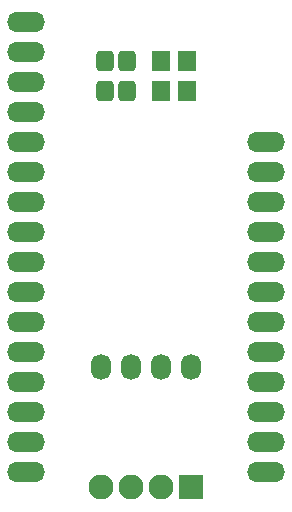
<source format=gbs>
G04*
G04 #@! TF.GenerationSoftware,Altium Limited,CircuitMaker,2.2.1 (2.2.1.6)*
G04*
G04 Layer_Color=8150272*
%FSLAX25Y25*%
%MOIN*%
G70*
G04*
G04 #@! TF.SameCoordinates,C44E2A56-7628-4A00-ACF1-40A52C7EA1B0*
G04*
G04*
G04 #@! TF.FilePolarity,Negative*
G04*
G01*
G75*
%ADD12O,0.06803X0.08677*%
%ADD13O,0.12614X0.06803*%
%ADD14C,0.08303*%
%ADD15R,0.08303X0.08303*%
%ADD24R,0.05921X0.07102*%
G04:AMPARAMS|DCode=25|XSize=67.09mil|YSize=59.21mil|CornerRadius=11.69mil|HoleSize=0mil|Usage=FLASHONLY|Rotation=90.000|XOffset=0mil|YOffset=0mil|HoleType=Round|Shape=RoundedRectangle|*
%AMROUNDEDRECTD25*
21,1,0.06709,0.03583,0,0,90.0*
21,1,0.04370,0.05921,0,0,90.0*
1,1,0.02339,0.01791,0.02185*
1,1,0.02339,0.01791,-0.02185*
1,1,0.02339,-0.01791,-0.02185*
1,1,0.02339,-0.01791,0.02185*
%
%ADD25ROUNDEDRECTD25*%
D12*
X415000Y255000D02*
D03*
X405000D02*
D03*
X395000D02*
D03*
X385000D02*
D03*
D13*
X440000Y330000D02*
D03*
Y320000D02*
D03*
Y310000D02*
D03*
Y300000D02*
D03*
Y290000D02*
D03*
Y280000D02*
D03*
Y270000D02*
D03*
Y260000D02*
D03*
Y250000D02*
D03*
Y240000D02*
D03*
Y230000D02*
D03*
Y220000D02*
D03*
X360000D02*
D03*
Y230000D02*
D03*
Y240000D02*
D03*
Y250000D02*
D03*
Y260000D02*
D03*
Y270000D02*
D03*
Y280000D02*
D03*
Y290000D02*
D03*
Y300000D02*
D03*
Y310000D02*
D03*
Y320000D02*
D03*
Y330000D02*
D03*
Y340000D02*
D03*
Y350000D02*
D03*
Y360000D02*
D03*
Y370000D02*
D03*
D14*
X385000Y215000D02*
D03*
X395000D02*
D03*
X405000D02*
D03*
D15*
X415000D02*
D03*
D24*
X404882Y347205D02*
D03*
X413543D02*
D03*
X404882Y357205D02*
D03*
X413543D02*
D03*
D25*
X386260D02*
D03*
X393740D02*
D03*
X386260Y347205D02*
D03*
X393740D02*
D03*
M02*

</source>
